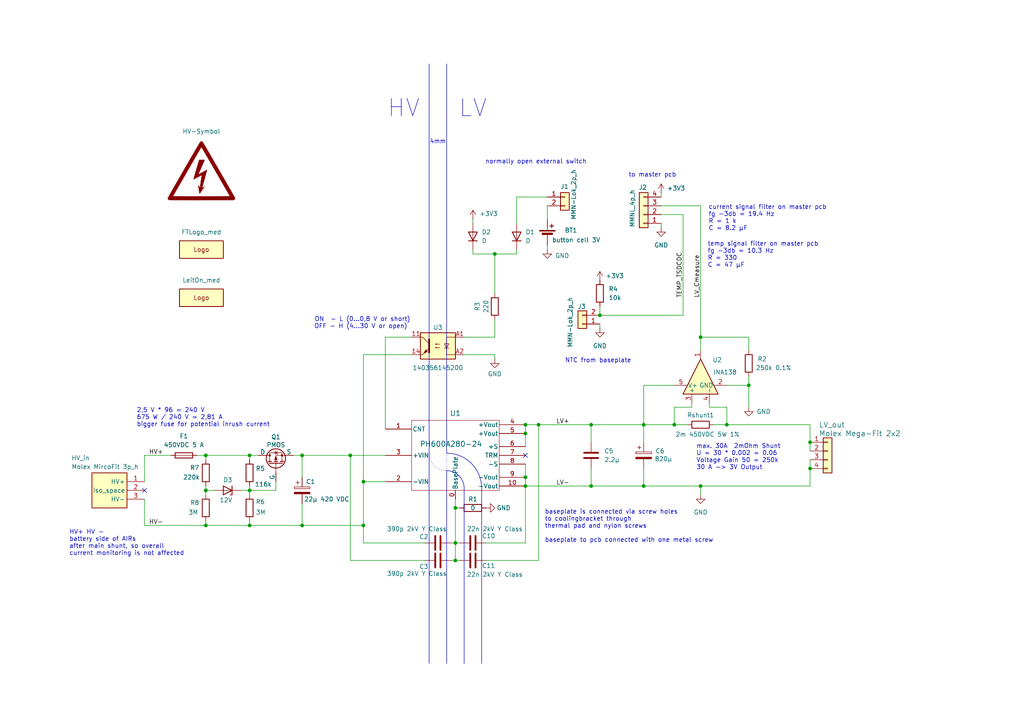
<source format=kicad_sch>
(kicad_sch (version 20231120) (generator "eeschema") (generator_version "8.0")
  (paper "A4")
  (title_block (title "TS-DCDC") (date "2024-12-12") (rev "0.5"))
  (lib_symbols
    (symbol "2024-11-18_21-41-11:PH600A280-24" (pin_names (offset 0.254))
      (property "Reference" "U1" (at 20.32 7.112 0))
      (property "Value" "PH600A280-24" (at 19.05 -1.778 0))
      (symbol "PH600A280-24_0_1"
        (polyline (pts (xy 7.62 -15.24) (xy 33.02 -15.24)) (stroke (width 0.127)))
        (polyline (pts (xy 7.62 5.08) (xy 7.62 -15.24)) (stroke (width 0.127)))
        (polyline (pts (xy 33.02 -15.24) (xy 33.02 5.08)) (stroke (width 0.127)))
        (polyline (pts (xy 33.02 5.08) (xy 7.62 5.08)) (stroke (width 0.127)))
      )
      (symbol "PH600A280-24_1_1"
        (pin passive line (at 20.32 -17.78 90) (length 2.54) (name "BasePlate") (number "0"))
        (pin input line (at 0 2.54 0) (length 7.62) (name "CNT") (number "1"))
        (pin power_out line (at 40.64 -13.97 180) (length 7.62) (name "-Vout") (number "10"))
        (pin power_in line (at 0 -12.7 0) (length 7.62) (name "-VIN") (number "2"))
        (pin power_in line (at 0 -5.08 0) (length 7.62) (name "+VIN") (number "3"))
        (pin power_out line (at 40.64 3.81 180) (length 7.62) (name "+Vout") (number "4"))
        (pin power_out line (at 40.64 1.27 180) (length 7.62) (name "+Vout") (number "5"))
        (pin input line (at 40.64 -2.54 180) (length 7.62) (name "+S") (number "6"))
        (pin input line (at 40.64 -5.08 180) (length 7.62) (name "TRM") (number "7"))
        (pin input line (at 40.64 -7.62 180) (length 7.62) (name "-S") (number "8"))
        (pin power_out line (at 40.64 -11.43 180) (length 7.62) (name "-Vout") (number "9"))
      )
    )
    (symbol "43650-0317:43650-0317"
      (property "Reference" "HV_in1" (at 10.16 -12.7 0))
      (property "Value" "43650-0317" (at 10.16 -10.16 0))
      (symbol "43650-0317_1_1"
        (rectangle (start 5.08 2.54) (end 15.24 -7.62) (stroke (width 0.254)) (fill (type background)))
        (pin power_out line (at 0 -5.08 0) (length 5.08) (name "HV+") (number "1"))
        (pin passive line (at 0 -2.54 0) (length 5.08) (name "iso_space") (number "2"))
        (pin power_out line (at 0 0 0) (length 5.08) (name "HV-") (number "3"))
      )
    )
    (symbol "Amplifier_Current:INA138" (pin_names (offset 0.127))
      (property "Reference" "U" (at 3.81 5.08 0))
      (property "Value" "INA138" (at 3.81 2.54 0))
      (symbol "INA138_0_1"
        (polyline (pts (xy -5.08 5.08) (xy 5.08 0) (xy -5.08 -5.08) (xy -5.08 5.08)) (stroke (width 0.254)) (fill (type background)))
      )
      (symbol "INA138_1_1"
        (pin output line (at 7.62 0 180) (length 2.54) (name "~") (number "1"))
        (pin power_in line (at -2.54 -7.62 90) (length 3.81) (name "GND") (number "2"))
        (pin input line (at -7.62 2.54 0) (length 2.54) (name "+") (number "3"))
        (pin input line (at -7.62 -2.54 0) (length 2.54) (name "-") (number "4"))
        (pin power_in line (at -2.54 7.62 270) (length 3.81) (name "V+") (number "5"))
      )
    )
    (symbol "Connector_Generic:Conn_01x02" (pin_names (offset 1.016) hide)
      (property "Reference" "J" (at 0 2.54 0))
      (property "Value" "Conn_01x02" (at 0 -5.08 0))
      (symbol "Conn_01x02_1_1"
        (rectangle (start -1.27 -2.413) (end 0 -2.667) (stroke (width 0.1524)))
        (rectangle (start -1.27 0.127) (end 0 -0.127) (stroke (width 0.1524)))
        (rectangle (start -1.27 1.27) (end 1.27 -3.81) (stroke (width 0.254)) (fill (type background)))
        (pin passive line (at -5.08 0 0) (length 3.81) (name "Pin_1") (number "1"))
        (pin passive line (at -5.08 -2.54 0) (length 3.81) (name "Pin_2") (number "2"))
      )
    )
    (symbol "Connector_Generic:Conn_01x04" (pin_names (offset 1.016) hide)
      (property "Reference" "J" (at 0 5.08 0))
      (property "Value" "Conn_01x04" (at 0 -7.62 0))
      (symbol "Conn_01x04_1_1"
        (rectangle (start -1.27 -4.953) (end 0 -5.207) (stroke (width 0.1524)))
        (rectangle (start -1.27 -2.413) (end 0 -2.667) (stroke (width 0.1524)))
        (rectangle (start -1.27 0.127) (end 0 -0.127) (stroke (width 0.1524)))
        (rectangle (start -1.27 2.667) (end 0 2.413) (stroke (width 0.1524)))
        (rectangle (start -1.27 3.81) (end 1.27 -6.35) (stroke (width 0.254)) (fill (type background)))
        (pin passive line (at -5.08 2.54 0) (length 3.81) (name "Pin_1") (number "1"))
        (pin passive line (at -5.08 0 0) (length 3.81) (name "Pin_2") (number "2"))
        (pin passive line (at -5.08 -2.54 0) (length 3.81) (name "Pin_3") (number "3"))
        (pin passive line (at -5.08 -5.08 0) (length 3.81) (name "Pin_4") (number "4"))
      )
    )
    (symbol "Device:Battery_Cell" (pin_numbers hide) (pin_names (offset 0) hide)
      (property "Reference" "BT" (at 2.54 2.54 0))
      (property "Value" "Battery_Cell" (at 2.54 0 0))
      (symbol "Battery_Cell_0_1"
        (rectangle (start -2.286 1.778) (end 2.286 1.524) (fill (type outline)))
        (rectangle (start -1.524 1.016) (end 1.524 0.508) (fill (type outline)))
        (polyline (pts (xy 0 0.762) (xy 0 0)))
        (polyline (pts (xy 0 1.778) (xy 0 2.54)))
        (polyline (pts (xy 0.762 3.048) (xy 1.778 3.048)) (stroke (width 0.254)))
        (polyline (pts (xy 1.27 3.556) (xy 1.27 2.54)) (stroke (width 0.254)))
      )
      (symbol "Battery_Cell_1_1"
        (pin passive line (at 0 5.08 270) (length 2.54) (name "+") (number "1"))
        (pin passive line (at 0 -2.54 90) (length 2.54) (name "-") (number "2"))
      )
    )
    (symbol "Device:C" (pin_numbers hide) (pin_names (offset 0.254))
      (property "Reference" "C" (at 0.635 2.54 0))
      (property "Value" "C" (at 0.635 -2.54 0))
      (symbol "C_0_1"
        (polyline (pts (xy -2.032 -0.762) (xy 2.032 -0.762)) (stroke (width 0.508)))
        (polyline (pts (xy -2.032 0.762) (xy 2.032 0.762)) (stroke (width 0.508)))
      )
      (symbol "C_1_1"
        (pin passive line (at 0 3.81 270) (length 2.794) (name "~") (number "1"))
        (pin passive line (at 0 -3.81 90) (length 2.794) (name "~") (number "2"))
      )
    )
    (symbol "Device:C_Polarized" (pin_numbers hide) (pin_names (offset 0.254))
      (property "Reference" "C" (at 0.635 2.54 0))
      (property "Value" "C_Polarized" (at 0.635 -2.54 0))
      (symbol "C_Polarized_0_1"
        (rectangle (start -2.286 0.508) (end 2.286 1.016))
        (polyline (pts (xy -1.778 2.286) (xy -0.762 2.286)))
        (polyline (pts (xy -1.27 2.794) (xy -1.27 1.778)))
        (rectangle (start 2.286 -0.508) (end -2.286 -1.016) (fill (type outline)))
      )
      (symbol "C_Polarized_1_1"
        (pin passive line (at 0 3.81 270) (length 2.794) (name "~") (number "1"))
        (pin passive line (at 0 -3.81 90) (length 2.794) (name "~") (number "2"))
      )
    )
    (symbol "Device:D" (pin_numbers hide) (pin_names (offset 1.016) hide)
      (property "Reference" "D" (at 0 2.54 0))
      (property "Value" "D" (at 0 -2.54 0))
      (symbol "D_0_1"
        (polyline (pts (xy -1.27 1.27) (xy -1.27 -1.27)) (stroke (width 0.254)))
        (polyline (pts (xy 1.27 0) (xy -1.27 0)))
        (polyline (pts (xy 1.27 1.27) (xy 1.27 -1.27) (xy -1.27 0) (xy 1.27 1.27)) (stroke (width 0.254)))
      )
      (symbol "D_1_1"
        (pin passive line (at -3.81 0 0) (length 2.54) (name "K") (number "1"))
        (pin passive line (at 3.81 0 180) (length 2.54) (name "A") (number "2"))
      )
    )
    (symbol "Device:D_Zener" (pin_numbers hide) (pin_names (offset 1.016) hide)
      (property "Reference" "D" (at 0 2.54 0))
      (property "Value" "D_Zener" (at 0 -2.54 0))
      (symbol "D_Zener_0_1"
        (polyline (pts (xy 1.27 0) (xy -1.27 0)))
        (polyline (pts (xy -1.27 -1.27) (xy -1.27 1.27) (xy -0.762 1.27)) (stroke (width 0.254)))
        (polyline (pts (xy 1.27 -1.27) (xy 1.27 1.27) (xy -1.27 0) (xy 1.27 -1.27)) (stroke (width 0.254)))
      )
      (symbol "D_Zener_1_1"
        (pin passive line (at -3.81 0 0) (length 2.54) (name "K") (number "1"))
        (pin passive line (at 3.81 0 180) (length 2.54) (name "A") (number "2"))
      )
    )
    (symbol "Device:Fuse" (pin_numbers hide) (pin_names (offset 0))
      (property "Reference" "F" (at 2.032 0 90))
      (property "Value" "Fuse" (at -1.905 0 90))
      (symbol "Fuse_0_1"
        (rectangle (start -0.762 -2.54) (end 0.762 2.54) (stroke (width 0.254)))
        (polyline (pts (xy 0 2.54) (xy 0 -2.54)))
      )
      (symbol "Fuse_1_1"
        (pin passive line (at 0 3.81 270) (length 1.27) (name "~") (number "1"))
        (pin passive line (at 0 -3.81 90) (length 1.27) (name "~") (number "2"))
      )
    )
    (symbol "Device:R" (pin_numbers hide) (pin_names (offset 0))
      (property "Reference" "R" (at 2.032 0 90))
      (property "Value" "R" (at 0 0 90))
      (symbol "R_0_1"
        (rectangle (start -1.016 -2.54) (end 1.016 2.54) (stroke (width 0.254)))
      )
      (symbol "R_1_1"
        (pin passive line (at 0 3.81 270) (length 1.27) (name "~") (number "1"))
        (pin passive line (at 0 -3.81 90) (length 1.27) (name "~") (number "2"))
      )
    )
    (symbol "FaSTTUBe_logos:FTLogo_med"
      (property "Value" "FTLogo_med" (at 0 -3.81 0))
      (symbol "FTLogo_med_0_0"
        (text "Logo" (at 0 0 0) (effects (font (size 1.27 1.27))))
      )
      (symbol "FTLogo_med_0_1"
        (rectangle (start -6.35 2.54) (end 6.35 -2.54) (stroke (width 0.254)) (fill (type background)))
      )
    )
    (symbol "FaSTTUBe_logos:HV-Symbol" (pin_names (offset 1.016))
      (property "Value" "HV-Symbol" (at 0 -10.16 0))
      (symbol "HV-Symbol_0_0"
        (polyline (pts (xy -0.4892 -6.6071) (xy -0.4759 -6.591) (xy -0.4273 -6.5255) (xy -0.3518 -6.4196) (xy -0.2542 -6.2805) (xy -0.1394 -6.1154) (xy -0.0124 -5.9317) (xy 0.1219 -5.7364) (xy 0.2585 -5.5367) (xy 0.3925 -5.34) (xy 0.5191 -5.1533) (xy 0.6332 -4.984) (xy 0.73 -4.8391) (xy 0.8045 -4.726) (xy 0.8518 -4.6518) (xy 0.8669 -4.6238) (xy 0.8391 -4.6326) (xy 0.7671 -4.6703) (xy 0.6626 -4.7309) (xy 0.537 -4.8081) (xy 0.4195 -4.881) (xy 0.3146 -4.9437) (xy 0.2421 -4.9843) (xy 0.2131 -4.9963) (xy 0.2151 -4.9851) (xy 0.2315 -4.9189) (xy 0.2631 -4.7973) (xy 0.3086 -4.6249) (xy 0.3669 -4.4065) (xy 0.4366 -4.1466) (xy 0.5165 -3.8499) (xy 0.6054 -3.521) (xy 0.702 -3.1645) (xy 0.8051 -2.7851) (xy 0.9135 -2.3873) (xy 0.9755 -2.1599) (xy 1.0812 -1.7709) (xy 1.1809 -1.4024) (xy 1.2735 -1.059) (xy 1.3576 -0.7454) (xy 1.432 -0.4663) (xy 1.4955 -0.2264) (xy 1.5468 -0.0304) (xy 1.5847 0.1171) (xy 1.6079 0.2112) (xy 1.6151 0.2474) (xy 1.6 0.2451) (xy 1.5342 0.2168) (xy 1.4215 0.1619) (xy 1.2678 0.0834) (xy 1.0788 -0.0157) (xy 0.8602 -0.1324) (xy 0.6178 -0.2637) (xy 0.3573 -0.4066) (xy 0.1726 -0.5084) (xy -0.0763 -0.6449) (xy -0.3032 -0.7687) (xy -0.5023 -0.8766) (xy -0.6678 -0.9654) (xy -0.7938 -1.0321) (xy -0.8747 -1.0735) (xy -0.9046 -1.0865) (xy -0.8996 -1.0709) (xy -0.8714 -1.0014) (xy -0.8205 -0.8806) (xy -0.7488 -0.7135) (xy -0.6586 -0.5046) (xy -0.5517 -0.2589) (xy -0.4304 0.0188) (xy -0.2967 0.3239) (xy -0.1526 0.6514) (xy -0.0003 0.9967) (xy 0.1049 1.235) (xy 0.253 1.5703) (xy 0.3921 1.8852) (xy 0.52 2.175) (xy 0.6346 2.4347) (xy 0.7337 2.6594) (xy 0.8152 2.8442) (xy 0.8769 2.9843) (xy 0.9167 3.0747) (xy 0.9323 3.1106) (xy 0.9309 3.1196) (xy 0.9051 3.1304) (xy 0.8453 3.1382) (xy 0.7454 3.1431) (xy 0.599 3.1453) (xy 0.4001 3.1453) (xy 0.1424 3.1431) (xy -0.6646 3.1344) (xy -1.4846 0.343) (xy -1.6044 -0.0656) (xy -1.7195 -0.4592) (xy -1.8277 -0.8304) (xy -1.9277 -1.1747) (xy -2.0183 -1.4878) (xy -2.0981 -1.7651) (xy -2.166 -2.0023) (xy -2.2206 -2.195) (xy -2.2606 -2.3386) (xy -2.2848 -2.4288) (xy -2.2919 -2.4611) (xy -2.286 -2.4597) (xy -2.2336 -2.4367) (xy -2.1322 -2.388) (xy -1.988 -2.3167) (xy -1.807 -2.2259) (xy -1.5954 -2.1186) (xy -1.3593 -1.998) (xy -1.1049 -1.867) (xy -0.9986 -1.8122) (xy -0.7512 -1.6851) (xy -0.5248 -1.5695) (xy -0.3256 -1.4685) (xy -0.1595 -1.3851) (xy -0.0328 -1.3225) (xy 0.0485 -1.2837) (xy 0.0782 -1.2717) (xy 0.0786 -1.2748) (xy 0.0749 -1.3248) (xy 0.063 -1.4299) (xy 0.0441 -1.5831) (xy 0.0189 -1.7774) (xy -0.0114 -2.0057) (xy -0.0458 -2.261) (xy -0.0835 -2.5363) (xy -0.1233 -2.8245) (xy -0.1644 -3.1186) (xy -0.2057 -3.4116) (xy -0.2463 -3.6965) (xy -0.2851 -3.9662) (xy -0.3212 -4.2137) (xy -0.3535 -4.432) (xy -0.3812 -4.614) (xy -0.4032 -4.7527) (xy -0.4186 -4.8411) (xy -0.4263 -4.8721) (xy -0.4486 -4.8511) (xy -0.4999 -4.7857) (xy -0.5714 -4.6867) (xy -0.6549 -4.5646) (xy -0.7311 -4.4535) (xy -0.805 -4.3514) (xy -0.8599 -4.282) (xy -0.8876 -4.2561) (xy -0.9014 -4.2806) (xy -0.8968 -4.3443) (xy -0.8924 -4.369) (xy -0.8778 -4.4566) (xy -0.8553 -4.5949) (xy -0.8262 -4.7758) (xy -0.792 -4.9906) (xy -0.7538 -5.2313) (xy -0.7132 -5.4892) (xy -0.6874 -5.6524) (xy -0.6486 -5.8965) (xy -0.6132 -6.1162) (xy -0.5826 -6.3034) (xy -0.558 -6.4502) (xy -0.5409 -6.5487) (xy -0.5324 -6.5909) (xy -0.521 -6.6112) (xy -0.4892 -6.6071)) (stroke (width 0.01)) (fill (type outline)))
        (polyline (pts (xy -0.7512 -8.4995) (xy 0.0488 -8.4991) (xy 9.3708 -8.4937) (xy 9.4936 -8.4173) (xy 9.5205 -8.3994) (xy 9.6443 -8.2757) (xy 9.7185 -8.1228) (xy 9.7386 -7.9548) (xy 9.6999 -7.7862) (xy 9.6933 -7.7735) (xy 9.6567 -7.7077) (xy 9.5896 -7.5892) (xy 9.4933 -7.4203) (xy 9.3691 -7.2031) (xy 9.2184 -6.9399) (xy 9.0425 -6.6332) (xy 8.8426 -6.285) (xy 8.6201 -5.8977) (xy 8.3763 -5.4736) (xy 8.1124 -5.015) (xy 7.8299 -4.524) (xy 7.53 -4.0031) (xy 7.2139 -3.4544) (xy 6.8831 -2.8803) (xy 6.5389 -2.283) (xy 6.1825 -1.6649) (xy 5.8152 -1.028) (xy 5.4384 -0.3749) (xy 5.0534 0.2924) (xy 4.7596 0.8012) (xy 4.2896 1.615) (xy 3.843 2.3874) (xy 3.4206 3.1175) (xy 3.0228 3.8044) (xy 2.6502 4.447) (xy 2.3033 5.0445) (xy 1.9827 5.5959) (xy 1.6889 6.1003) (xy 1.4225 6.5568) (xy 1.184 6.9643) (xy 0.9739 7.3221) (xy 0.7929 7.6291) (xy 0.6414 7.8844) (xy 0.52 8.0871) (xy 0.4293 8.2362) (xy 0.3697 8.3308) (xy 0.3419 8.37) (xy 0.2962 8.4088) (xy 0.1437 8.4869) (xy -0.0205 8.5068) (xy -0.1836 8.4683) (xy -0.3328 8.3714) (xy -0.3337 8.3705) (xy -0.3625 8.329) (xy -0.4218 8.2342) (xy -0.5102 8.0888) (xy -0.626 7.8955) (xy -0.7675 7.657) (xy -0.9334 7.3761) (xy -1.1219 7.0555) (xy -1.3314 6.698) (xy -1.5605 6.3063) (xy -1.8075 5.8832) (xy -2.0709 5.4313) (xy -2.349 4.9534) (xy -2.6402 4.4523) (xy -2.9431 3.9307) (xy -3.256 3.3913) (xy -3.5774 2.8369) (xy -3.9055 2.2702) (xy -4.239 1.6939) (xy -4.5762 1.1108) (xy -4.9154 0.5236) (xy -5.2553 -0.0649) (xy -5.594 -0.6521) (xy -5.9301 -1.2351) (xy -6.2621 -1.8112) (xy -6.5882 -2.3777) (xy -6.9069 -2.9319) (xy -7.2167 -3.471) (xy -7.516 -3.9923) (xy -7.8032 -4.493) (xy -8.0766 -4.9704) (xy -8.3348 -5.4218) (xy -8.5761 -5.8444) (xy -8.799 -6.2355) (xy -9.0019 -6.5924) (xy -9.1832 -6.9122) (xy -9.3412 -7.1924) (xy -9.4624 -7.4082) (xy -8.2772 -7.4082) (xy -8.2597 -7.3762) (xy -8.2115 -7.291) (xy -8.1342 -7.1555) (xy -8.0294 -6.9726) (xy -7.8989 -6.7452) (xy -7.7442 -6.4761) (xy -7.5671 -6.1683) (xy -7.3692 -5.8245) (xy -7.1521 -5.4478) (xy -6.9176 -5.041) (xy -6.6673 -4.6069) (xy -6.4029 -4.1484) (xy -6.1259 -3.6685) (xy -5.8382 -3.1699) (xy -5.5414 -2.6556) (xy -5.237 -2.1285) (xy -4.9268 -1.5914) (xy -4.6125 -1.0472) (xy -4.2957 -0.4988) (xy -3.9781 0.0509) (xy -3.6613 0.599) (xy -3.347 1.1428) (xy -3.0369 1.6792) (xy -2.7327 2.2054) (xy -2.4359 2.7185) (xy -2.1483 3.2157) (xy -1.8715 3.6941) (xy -1.6072 4.1507) (xy -1.357 4.5828) (xy -1.1227 4.9874) (xy -0.9058 5.3616) (xy -0.7081 5.7026) (xy -0.5312 6.0075) (xy -0.3768 6.2734) (xy -0.2465 6.4974) (xy -0.142 6.6766) (xy -0.065 6.8083) (xy -0.0171 6.8894) (xy 0 6.9171) (xy 0.0002 6.917) (xy 0.0191 6.8867) (xy 0.0688 6.803) (xy 0.1474 6.669) (xy 0.2535 6.4875) (xy 0.3853 6.2614) (xy 0.5411 5.9935) (xy 0.7192 5.6868) (xy 0.9181 5.3441) (xy 1.1361 4.9683) (xy 1.3714 4.5623) (xy 1.6225 4.129) (xy 1.8876 3.6712) (xy 2.1651 3.1917) (xy 2.4534 2.6936) (xy 2.7507 2.1797) (xy 3.0554 1.6528) (xy 3.3659 1.1159) (xy 3.6804 0.5717) (xy 3.9974 0.0233) (xy 4.3151 -0.5266) (xy 4.632 -1.0751) (xy 4.9462 -1.6192) (xy 5.2562 -2.1561) (xy 5.5603 -2.6829) (xy 5.8568 -3.1968) (xy 6.1442 -3.6948) (xy 6.4206 -4.1741) (xy 6.6844 -4.6318) (xy 6.9341 -5.065) (xy 7.1679 -5.4708) (xy 7.3841 -5.8465) (xy 7.5811 -6.189) (xy 7.7572 -6.4955) (xy 7.9109 -6.7631) (xy 8.0403 -6.989) (xy 8.1438 -7.1703) (xy 8.2198 -7.304) (xy 8.2667 -7.3874) (xy 8.2827 -7.4175) (xy 8.2727 -7.4185) (xy 8.2056 -7.4203) (xy 8.0779 -7.422) (xy 7.8921 -7.4237) (xy 7.6511 -7.4253) (xy 7.3575 -7.4269) (xy 7.0141 -7.4284) (xy 6.6236 -7.4298) (xy 6.1887 -7.4311) (xy 5.7121 -7.4324) (xy 5.1966 -7.4335) (xy 4.6448 -7.4345) (xy 4.0596 -7.4354) (xy 3.4436 -7.4362) (xy 2.7996 -7.4369) (xy 2.1302 -7.4374) (xy 1.4382 -7.4378) (xy 0.7264 -7.438) (xy -0.0027 -7.4381) (xy -0.309 -7.4381) (xy -1.147 -7.4379) (xy -1.9474 -7.4374) (xy -2.7085 -7.4368) (xy -3.4285 -7.4359) (xy -4.1058 -7.4349) (xy -4.7386 -7.4336) (xy -5.3253 -7.4322) (xy -5.8641 -7.4305) (xy -6.3533 -7.4287) (xy -6.7913 -7.4267) (xy -7.1762 -7.4245) (xy -7.5064 -7.4222) (xy -7.7802 -7.4197) (xy -7.9959 -7.417) (xy -8.1518 -7.4142) (xy -8.2461 -7.4113) (xy -8.2772 -7.4082) (xy -9.4624 -7.4082) (xy -9.4746 -7.43) (xy -9.5816 -7.6225) (xy -9.6606 -7.7671) (xy -9.7102 -7.8609) (xy -9.7287 -7.9014) (xy -9.7289 -7.9026) (xy -9.7335 -8.0172) (xy -9.7143 -8.1285) (xy -9.6792 -8.2033) (xy -9.5907 -8.3193) (xy -9.4796 -8.4176) (xy -9.3676 -8.4762) (xy -9.3591 -8.4772) (xy -9.2932 -8.4796) (xy -9.1659 -8.4819) (xy -8.9795 -8.484) (xy -8.7364 -8.4861) (xy -8.4391 -8.488) (xy -8.09 -8.4898) (xy -7.6916 -8.4915) (xy -7.2463 -8.493) (xy -6.7565 -8.4944) (xy -6.2247 -8.4957) (xy -5.6534 -8.4968) (xy -5.045 -8.4977) (xy -4.4018 -8.4984) (xy -3.7264 -8.499) (xy -3.0212 -8.4994) (xy -2.2887 -8.4997) (xy -1.5312 -8.4997) (xy -0.7512 -8.4995)) (stroke (width 0.01)) (fill (type outline)))
      )
    )
    (symbol "FaSTTUBe_logos:LeitOn_med"
      (property "Value" "LeitOn_med" (at 0 -3.81 0))
      (symbol "LeitOn_med_0_0"
        (text "Logo" (at 0 0 0) (effects (font (size 1.27 1.27))))
      )
      (symbol "LeitOn_med_0_1"
        (rectangle (start -6.35 2.54) (end 6.35 -2.54) (stroke (width 0.254)) (fill (type background)))
      )
    )
    (symbol "Relay_SolidState:34.81-7048"
      (property "Reference" "U" (at -5.08 5.08 0))
      (property "Value" "34.81-7048" (at 0 5.08 0))
      (symbol "34.81-7048_0_1"
        (rectangle (start -5.08 3.81) (end 5.08 -3.81) (stroke (width 0.254)) (fill (type background)))
        (polyline (pts (xy -3.175 -0.635) (xy -1.905 -0.635)))
        (polyline (pts (xy 2.54 1.905) (xy 2.54 -1.905) (xy 2.54 -1.905)) (stroke (width 0.508)))
        (polyline (pts (xy -5.08 2.54) (xy -2.54 2.54) (xy -2.54 -2.54) (xy -5.08 -2.54)))
        (polyline (pts (xy -2.54 -0.635) (xy -3.175 0.635) (xy -1.905 0.635) (xy -2.54 -0.635)))
        (polyline (pts (xy -0.508 -0.508) (xy 0.762 -0.508) (xy 0.381 -0.635) (xy 0.381 -0.381) (xy 0.762 -0.508)))
        (polyline (pts (xy -0.508 0.508) (xy 0.762 0.508) (xy 0.381 0.381) (xy 0.381 0.635) (xy 0.762 0.508)))
        (polyline (pts (xy 3.048 -1.651) (xy 3.556 -1.143) (xy 4.064 -2.159) (xy 3.048 -1.651) (xy 3.048 -1.651)) (fill (type outline)))
        (polyline (pts (xy 5.08 2.54) (xy 4.445 2.54) (xy 2.54 0.635) (xy 2.54 -0.635) (xy 4.445 -2.54) (xy 5.08 -2.54)))
      )
      (symbol "34.81-7048_1_1"
        (pin passive line (at 7.62 2.54 180) (length 2.54) (name "~") (number "11"))
        (pin passive line (at 7.62 -2.54 180) (length 2.54) (name "~") (number "14"))
        (pin passive line (at -7.62 2.54 0) (length 2.54) (name "~") (number "A1"))
        (pin passive line (at -7.62 -2.54 0) (length 2.54) (name "~") (number "A2"))
      )
    )
    (symbol "Simulation_SPICE:PMOS" (pin_numbers hide) (pin_names (offset 0))
      (property "Reference" "Q" (at 5.08 1.27 0))
      (property "Value" "PMOS" (at 5.08 -1.27 0))
      (symbol "PMOS_0_1"
        (polyline (pts (xy 0.254 0) (xy -2.54 0)))
        (polyline (pts (xy 0.254 1.905) (xy 0.254 -1.905)) (stroke (width 0.254)))
        (polyline (pts (xy 0.762 -1.27) (xy 0.762 -2.286)) (stroke (width 0.254)))
        (polyline (pts (xy 0.762 0.508) (xy 0.762 -0.508)) (stroke (width 0.254)))
        (polyline (pts (xy 0.762 2.286) (xy 0.762 1.27)) (stroke (width 0.254)))
        (polyline (pts (xy 2.54 2.54) (xy 2.54 1.778)))
        (polyline (pts (xy 2.54 -2.54) (xy 2.54 0) (xy 0.762 0)))
        (polyline (pts (xy 0.762 1.778) (xy 3.302 1.778) (xy 3.302 -1.778) (xy 0.762 -1.778)))
        (polyline (pts (xy 2.286 0) (xy 1.27 0.381) (xy 1.27 -0.381) (xy 2.286 0)) (fill (type outline)))
        (polyline (pts (xy 2.794 -0.508) (xy 2.921 -0.381) (xy 3.683 -0.381) (xy 3.81 -0.254)))
        (polyline (pts (xy 3.302 -0.381) (xy 2.921 0.254) (xy 3.683 0.254) (xy 3.302 -0.381)))
        (circle (center 1.651 0) (radius 2.794) (stroke (width 0.254)))
        (circle (center 2.54 -1.778) (radius 0.254) (fill (type outline)))
        (circle (center 2.54 1.778) (radius 0.254) (fill (type outline)))
      )
      (symbol "PMOS_1_1"
        (pin passive line (at 2.54 5.08 270) (length 2.54) (name "D") (number "1"))
        (pin input line (at -5.08 0 0) (length 2.54) (name "G") (number "2"))
        (pin passive line (at 2.54 -5.08 90) (length 2.54) (name "S") (number "3"))
      )
    )
    (symbol "power:+3V3" (power) (pin_numbers hide) (pin_names (offset 0) hide)
      (property "Value" "+3V3" (at 0 3.556 0))
      (symbol "+3V3_0_1"
        (polyline (pts (xy -0.762 1.27) (xy 0 2.54)))
        (polyline (pts (xy 0 0) (xy 0 2.54)))
        (polyline (pts (xy 0 2.54) (xy 0.762 1.27)))
      )
      (symbol "+3V3_1_1"
        (pin power_in line (at 0 0 90) (length 0) (name "~") (number "1"))
      )
    )
    (symbol "power:GND" (power) (pin_numbers hide) (pin_names (offset 0) hide)
      (property "Value" "GND" (at 0 -3.81 0))
      (symbol "GND_0_1"
        (polyline (pts (xy 0 0) (xy 0 -1.27) (xy 1.27 -1.27) (xy 0 -2.54) (xy -1.27 -1.27) (xy 0 -1.27)))
      )
      (symbol "GND_1_1"
        (pin power_in line (at 0 0 270) (length 0) (name "~") (number "1"))
      )
    )
  )
  (junction (at 203.2 140.97))
  (junction (at 132.08 162.56))
  (junction (at 186.69 140.97))
  (junction (at 87.63 152.4))
  (junction (at 152.4 140.97))
  (junction (at 132.08 157.48))
  (junction (at 203.2 97.79))
  (junction (at 105.41 152.4))
  (junction (at 173.99 91.44))
  (junction (at 152.4 123.19))
  (junction (at 72.39 142.24))
  (junction (at 132.08 147.32))
  (junction (at 186.69 123.19))
  (junction (at 171.45 140.97))
  (junction (at 72.39 132.08))
  (junction (at 195.58 123.19))
  (junction (at 59.69 132.08))
  (junction (at 234.95 135.89))
  (junction (at 72.39 152.4))
  (junction (at 152.4 138.43))
  (junction (at 143.51 73.66))
  (junction (at 59.69 152.4))
  (junction (at 210.82 123.19))
  (junction (at 234.95 128.27))
  (junction (at 59.69 142.24))
  (junction (at 105.41 139.7))
  (junction (at 101.6 132.08))
  (junction (at 152.4 125.73))
  (junction (at 171.45 123.19))
  (junction (at 217.17 111.76))
  (junction (at 87.63 132.08))
  (junction (at 156.21 123.19))
  (no_connect (at 41.91 142.24))
  (no_connect (at 152.4 132.08))
  (wire (pts (xy 203.2 140.97) (xy 203.2 143.51)))
  (wire (pts (xy 105.41 102.87) (xy 119.38 102.87)))
  (wire (pts (xy 149.86 57.15) (xy 149.86 64.77)))
  (wire (pts (xy 105.41 102.87) (xy 105.41 139.7)))
  (wire (pts (xy 203.2 59.69) (xy 191.77 59.69)))
  (wire (pts (xy 132.08 157.48) (xy 132.08 162.56)))
  (wire (pts (xy 111.76 97.79) (xy 111.76 124.46)))
  (wire (pts (xy 69.85 142.24) (xy 72.39 142.24)))
  (wire (pts (xy 72.39 132.08) (xy 74.93 132.08)))
  (polyline (pts (xy 129.54 136.525) (xy 129.54 131.445)) (stroke (width 0) (type dot)))
  (wire (pts (xy 186.69 111.76) (xy 195.58 111.76)))
  (wire (pts (xy 72.39 133.35) (xy 72.39 132.08)))
  (wire (pts (xy 137.16 73.66) (xy 137.16 72.39)))
  (wire (pts (xy 149.86 57.15) (xy 158.75 57.15)))
  (wire (pts (xy 132.08 157.48) (xy 130.81 157.48)))
  (wire (pts (xy 134.62 97.79) (xy 143.51 97.79)))
  (wire (pts (xy 59.69 132.08) (xy 72.39 132.08)))
  (wire (pts (xy 57.15 132.08) (xy 59.69 132.08)))
  (wire (pts (xy 152.4 125.73) (xy 152.4 129.54)))
  (wire (pts (xy 195.58 123.19) (xy 199.39 123.19)))
  (wire (pts (xy 186.69 111.76) (xy 186.69 123.19)))
  (wire (pts (xy 200.66 116.84) (xy 200.66 118.11)))
  (wire (pts (xy 158.75 71.12) (xy 158.75 72.39)))
  (wire (pts (xy 200.66 118.11) (xy 195.58 118.11)))
  (wire (pts (xy 137.16 63.5) (xy 137.16 64.77)))
  (wire (pts (xy 217.17 111.76) (xy 217.17 118.11)))
  (polyline (pts (xy 124.46 18.542) (xy 124.46 192.405)))
  (wire (pts (xy 132.08 147.32) (xy 133.35 147.32)))
  (wire (pts (xy 156.21 123.19) (xy 156.21 162.56)))
  (wire (pts (xy 80.01 139.7) (xy 80.01 142.24)))
  (wire (pts (xy 191.77 66.04) (xy 191.77 64.77)))
  (wire (pts (xy 132.08 147.32) (xy 132.08 157.48)))
  (wire (pts (xy 111.76 97.79) (xy 119.38 97.79)))
  (wire (pts (xy 203.2 59.69) (xy 203.2 97.79)))
  (wire (pts (xy 173.99 88.9) (xy 173.99 91.44)))
  (wire (pts (xy 210.82 118.11) (xy 210.82 123.19)))
  (wire (pts (xy 152.4 123.19) (xy 156.21 123.19)))
  (wire (pts (xy 234.95 128.27) (xy 234.95 130.81)))
  (wire (pts (xy 140.97 162.56) (xy 156.21 162.56)))
  (wire (pts (xy 173.99 91.44) (xy 198.12 91.44)))
  (wire (pts (xy 85.09 132.08) (xy 87.63 132.08)))
  (wire (pts (xy 105.41 139.7) (xy 111.76 139.7)))
  (wire (pts (xy 105.41 152.4) (xy 105.41 157.48)))
  (wire (pts (xy 203.2 140.97) (xy 234.95 140.97)))
  (wire (pts (xy 132.08 162.56) (xy 133.35 162.56)))
  (wire (pts (xy 72.39 142.24) (xy 72.39 143.51)))
  (wire (pts (xy 152.4 140.97) (xy 152.4 157.48)))
  (wire (pts (xy 72.39 152.4) (xy 87.63 152.4)))
  (wire (pts (xy 143.51 73.66) (xy 149.86 73.66)))
  (wire (pts (xy 171.45 123.19) (xy 171.45 128.27)))
  (wire (pts (xy 210.82 111.76) (xy 217.17 111.76)))
  (wire (pts (xy 171.45 135.89) (xy 171.45 140.97)))
  (wire (pts (xy 186.69 135.89) (xy 186.69 140.97)))
  (wire (pts (xy 210.82 118.11) (xy 205.74 118.11)))
  (wire (pts (xy 134.62 102.87) (xy 143.51 102.87)))
  (wire (pts (xy 62.23 142.24) (xy 59.69 142.24)))
  (wire (pts (xy 87.63 152.4) (xy 105.41 152.4)))
  (wire (pts (xy 87.63 132.08) (xy 101.6 132.08)))
  (wire (pts (xy 140.97 157.48) (xy 152.4 157.48)))
  (wire (pts (xy 132.08 144.78) (xy 132.08 147.32)))
  (wire (pts (xy 72.39 151.13) (xy 72.39 152.4)))
  (polyline (pts (xy 129.54 136.525) (xy 129.54 192.405)))
  (wire (pts (xy 87.63 132.08) (xy 87.63 138.43)))
  (wire (pts (xy 191.77 57.15) (xy 191.77 55.88)))
  (wire (pts (xy 152.4 140.97) (xy 171.45 140.97)))
  (wire (pts (xy 195.58 118.11) (xy 195.58 123.19)))
  (wire (pts (xy 186.69 140.97) (xy 203.2 140.97)))
  (wire (pts (xy 101.6 132.08) (xy 111.76 132.08)))
  (polyline (pts (xy 134.62 141.605) (xy 134.62 192.405)))
  (wire (pts (xy 143.51 73.66) (xy 143.51 85.09)))
  (wire (pts (xy 80.01 142.24) (xy 72.39 142.24)))
  (wire (pts (xy 186.69 123.19) (xy 195.58 123.19)))
  (wire (pts (xy 207.01 123.19) (xy 210.82 123.19)))
  (polyline (pts (xy 129.54 18.542) (xy 129.54 131.445)))
  (wire (pts (xy 123.19 162.56) (xy 101.6 162.56)))
  (wire (pts (xy 171.45 123.19) (xy 186.69 123.19)))
  (wire (pts (xy 152.4 123.19) (xy 152.4 125.73)))
  (wire (pts (xy 132.08 157.48) (xy 133.35 157.48)))
  (wire (pts (xy 137.16 73.66) (xy 143.51 73.66)))
  (wire (pts (xy 234.95 133.35) (xy 234.95 135.89)))
  (wire (pts (xy 41.91 152.4) (xy 59.69 152.4)))
  (wire (pts (xy 152.4 140.97) (xy 152.4 138.43)))
  (wire (pts (xy 173.99 93.98) (xy 173.99 95.25)))
  (wire (pts (xy 205.74 118.11) (xy 205.74 116.84)))
  (wire (pts (xy 59.69 142.24) (xy 59.69 143.51)))
  (wire (pts (xy 234.95 135.89) (xy 234.95 140.97)))
  (wire (pts (xy 203.2 97.79) (xy 203.2 101.6)))
  (wire (pts (xy 41.91 144.78) (xy 41.91 152.4)))
  (wire (pts (xy 171.45 140.97) (xy 186.69 140.97)))
  (wire (pts (xy 143.51 97.79) (xy 143.51 92.71)))
  (wire (pts (xy 132.08 162.56) (xy 130.81 162.56)))
  (wire (pts (xy 149.86 73.66) (xy 149.86 72.39)))
  (wire (pts (xy 101.6 162.56) (xy 101.6 132.08)))
  (wire (pts (xy 59.69 152.4) (xy 72.39 152.4)))
  (wire (pts (xy 105.41 157.48) (xy 123.19 157.48)))
  (wire (pts (xy 217.17 97.79) (xy 217.17 101.6)))
  (wire (pts (xy 210.82 123.19) (xy 234.95 123.19)))
  (wire (pts (xy 41.91 132.08) (xy 49.53 132.08)))
  (wire (pts (xy 203.2 97.79) (xy 217.17 97.79)))
  (wire (pts (xy 41.91 132.08) (xy 41.91 139.7)))
  (wire (pts (xy 234.95 123.19) (xy 234.95 128.27)))
  (wire (pts (xy 59.69 151.13) (xy 59.69 152.4)))
  (wire (pts (xy 217.17 109.22) (xy 217.17 111.76)))
  (wire (pts (xy 198.12 62.23) (xy 198.12 91.44)))
  (wire (pts (xy 198.12 62.23) (xy 191.77 62.23)))
  (wire (pts (xy 152.4 134.62) (xy 152.4 138.43)))
  (wire (pts (xy 158.75 59.69) (xy 158.75 63.5)))
  (wire (pts (xy 87.63 152.4) (xy 87.63 146.05)))
  (wire (pts (xy 143.51 102.87) (xy 143.51 104.14)))
  (wire (pts (xy 156.21 123.19) (xy 171.45 123.19)))
  (wire (pts (xy 59.69 140.97) (xy 59.69 142.24)))
  (wire (pts (xy 72.39 142.24) (xy 72.39 140.97)))
  (polyline (pts (xy 139.7 141.605) (xy 139.7 192.405)))
  (wire (pts (xy 59.69 132.08) (xy 59.69 133.35)))
  (wire (pts (xy 186.69 123.19) (xy 186.69 128.27)))
  (wire (pts (xy 105.41 139.7) (xy 105.41 152.4)))
  (arc (start 129.54 136.525) (mid 133.1321 138.0129) (end 134.62 141.605))
  (arc (start 129.54 131.445) (mid 136.7242 134.4208) (end 139.7 141.605))
  (arc (start 129.54 136.525) (mid 125.9479 135.0371) (end 124.46 131.445) (stroke (width 0) (type dot)))
  (text " ON  - L (0...0,8 V or short)\nOFF - H (4...30 V or open)" (at 104.648 93.726 0) (effects (font (size 1.27 1.27))))
  (text "max. 30A  2mOhm Shunt \nU = 30 * 0.002 = 0.06\nVoltage Gain 50 = 250k\n30 A -> 3V Output\n" (at 201.93 132.588 0) (effects (font (size 1.27 1.27)) (justify left)))
  (text "2,5 V * 96 = 240 V\n675 W / 240 V = 2,81 A\nbigger fuse for potential inrush current\n\n" (at 39.624 122.174 0) (effects (font (size 1.27 1.27)) (justify left)))
  (text "current signal filter on master pcb\nfg -3db = 19.4 Hz\nR = 1 k\nC = 8.2 µF\n" (at 205.486 63.246 0) (effects (font (size 1.27 1.27)) (justify left)))
  (text "LV" (at 137.16 31.496 0) (effects (font (size 5 5))))
  (text "4mm" (at 127 41.148 0) (effects (font (size 1.27 1.27))))
  (text "normally open external switch" (at 155.448 46.228 0) (effects (font (size 1.27 1.27)) (justify top)))
  (text "NTC from baseplate" (at 173.482 104.648 0) (effects (font (size 1.27 1.27))))
  (text "HV" (at 117.094 31.496 0) (effects (font (size 5 5))))
  (text "HV+ HV -\nbattery side of AIRs\nafter main shunt, so overall \ncurrent monitoring is not affected" (at 20.066 157.48 0) (effects (font (size 1.27 1.27)) (justify left)))
  (text "to master pcb" (at 189.23 50.8 0) (effects (font (size 1.27 1.27))))
  (text "baseplate is connected via screw holes\nto coolingbracket through\nthermal pad and nylon screws\n\nbaseplate to pcb connected with one metal screw" (at 157.988 152.654 0) (effects (font (size 1.27 1.27)) (justify left)))
  (text "temp signal filter on master pcb\nfg -3db = 10.3 Hz\nR = 330\nC = 47 µF" (at 205.232 73.914 0) (effects (font (size 1.27 1.27)) (justify left)))
  (label "LV+" (at 161.29 123.19 0))
  (label "LV-" (at 161.29 140.97 0))
  (label "TEMP_TSDCDC" (at 198.12 86.36 90))
  (label "LV_Cmeasure" (at 203.2 86.36 90))
  (label "HV+" (at 43.18 132.08 0))
  (label "HV-" (at 43.18 152.4 0))
  (symbol (lib_id "Connector_Generic:Conn_01x04") (at 186.69 62.23 180) (unit 1)
    (property "Reference" "J2" (at 186.436 54.356 0))
    (property "Value" "MMNL_4p_h" (at 183.388 60.452 90))
    (property "Footprint" "FaSTTUBe_connectors:Micro_Mate-N-Lok_4p_horizontal" (effects (hide yes)))
    (property "Description" "Generic connector, single row, 01x04, script generated (kicad-library-utils/schlib/autogen/connector/)" (effects (hide yes)))
  )
  (symbol (lib_id "power:GND") (at 203.2 143.51 0) (unit 1)
    (property "Reference" "#PWR01" (effects (hide yes)))
    (property "Value" "GND" (at 203.2 148.59 0))
    (property "Description" "Power symbol creates a global label with name \"GND\" , ground" (effects (hide yes)))
  )
  (symbol (lib_id "power:GND") (at 140.97 147.32 90) (unit 1)
    (property "Reference" "#PWR011" (effects (hide yes)))
    (property "Value" "GND" (at 144.018 147.32 90) (effects (justify right)))
    (property "Description" "Power symbol creates a global label with name \"GND\" , ground" (effects (hide yes)))
  )
  (symbol (lib_id "power:+3V3") (at 191.77 55.88 0) (mirror y) (unit 1)
    (property "Reference" "#PWR05" (effects (hide yes)))
    (property "Value" "+3V3" (at 196.088 54.61 0))
    (property "Description" "Power symbol creates a global label with name \"+3V3\"" (effects (hide yes)))
  )
  (symbol (lib_id "Device:C_Polarized") (at 87.63 142.24 0) (unit 1)
    (property "Reference" "C1" (at 91.44 139.7 0) (effects (justify right)))
    (property "Value" "22µ 420 VDC" (at 101.346 144.78 0) (effects (justify right)))
    (property "Footprint" "footprints:CAPPRD500W60D1275H2200" (effects (hide yes)))
    (property "Datasheet" "https://www.mouser.de/datasheet/2/293/e_ucy-3082387.pdf" (effects (hide yes)))
    (property "Description" "Polarized capacitor" (effects (hide yes)))
  )
  (symbol (lib_id "Device:C") (at 127 157.48 90) (unit 1)
    (property "Reference" "C2" (at 122.936 155.702 90))
    (property "Value" "390p 2kV Y Class" (at 120.904 153.416 90))
    (property "Footprint" "Capacitor_SMD:C_1206_3216Metric_Pad1.33x1.80mm_HandSolder" (effects (hide yes)))
    (property "Datasheet" "https://www.mouser.de/datasheet/2/447/KEM_C1009_C0G_HV_SMD-3316207.pdf" (effects (hide yes)))
    (property "Description" "Unpolarized capacitor" (effects (hide yes)))
  )
  (symbol (lib_id "Device:C") (at 137.16 162.56 270) (unit 1)
    (property "Reference" "C11" (at 141.732 164.084 90))
    (property "Value" "22n 2kV Y Class" (at 143.51 166.624 90))
    (property "Footprint" "Capacitor_SMD:C_1206_3216Metric_Pad1.33x1.80mm_HandSolder" (effects (hide yes)))
    (property "Datasheet" "https://www.mouser.de/datasheet/2/447/KEM_C1009_C0G_HV_SMD-3316207.pdf" (effects (hide yes)))
    (property "Description" "Unpolarized capacitor" (effects (hide yes)))
  )
  (symbol (lib_id "2024-11-18_21-41-11:PH600A280-24") (at 111.76 127 0) (unit 1)
    (property "Reference" "U1" (at 132.08 119.888 0) (effects (font (size 1.524 1.524))))
    (property "Value" "PH600A280-24" (at 130.81 128.778 0) (effects (font (size 1.524 1.524))))
    (property "Footprint" "footprints:PH300A_thru_PH600A_TDK" (effects (hide yes)))
    (property "Datasheet" "PH600A280-24" (effects (hide yes)))
  )
  (symbol (lib_id "Device:D_Zener") (at 66.04 142.24 180) (unit 1)
    (property "Reference" "D3" (at 66.04 139.192 0))
    (property "Value" "12V" (at 65.532 145.034 0))
    (property "Description" "Zener diode" (effects (hide yes)))
  )
  (symbol (lib_id "power:+3V3") (at 173.99 81.28 0) (mirror y) (unit 1)
    (property "Reference" "#PWR08" (effects (hide yes)))
    (property "Value" "+3V3" (at 178.308 80.01 0))
    (property "Description" "Power symbol creates a global label with name \"+3V3\"" (effects (hide yes)))
  )
  (symbol (lib_id "Device:R") (at 59.69 137.16 0) (unit 1)
    (property "Reference" "R7" (at 55.118 135.636 0) (effects (justify left)))
    (property "Value" "220k" (at 53.086 138.43 0) (effects (justify left)))
    (property "Description" "Resistor" (effects (hide yes)))
  )
  (symbol (lib_id "FaSTTUBe_logos:HV-Symbol") (at 58.42 49.53 0) (unit 1)
    (property "Reference" "#Logo2" (effects (hide yes)))
    (property "Value" "HV-Symbol" (at 58.4225 38.1 0))
    (property "Footprint" "FaSTTUBe_logos:HV-Warning" (effects (hide yes)))
  )
  (symbol (lib_id "Device:D") (at 149.86 68.58 90) (unit 1)
    (property "Reference" "D1" (at 152.4 67.3099 90) (effects (justify right)))
    (property "Value" "D" (at 152.4 69.8499 90) (effects (justify right)))
    (property "Footprint" "Diode_SMD:D_0603_1608Metric_Pad1.05x0.95mm_HandSolder" (effects (hide yes)))
    (property "Description" "Diode" (effects (hide yes)))
    (property "Sim.Device" "D" (effects (hide yes)))
    (property "Sim.Pins" "1=K 2=A" (effects (hide yes)))
  )
  (symbol (lib_id "Device:R") (at 59.69 147.32 0) (unit 1)
    (property "Reference" "R8" (at 55.118 145.796 0) (effects (justify left)))
    (property "Value" "3M" (at 54.61 148.59 0) (effects (justify left)))
    (property "Description" "Resistor" (effects (hide yes)))
  )
  (symbol (lib_id "power:GND") (at 217.17 118.11 0) (unit 1)
    (property "Reference" "#PWR02" (effects (hide yes)))
    (property "Value" "GND" (at 221.488 119.38 0))
    (property "Description" "Power symbol creates a global label with name \"GND\" , ground" (effects (hide yes)))
  )
  (symbol (lib_id "FaSTTUBe_logos:LeitOn_med") (at 58.42 86.36 0) (unit 1)
    (property "Reference" "#Logo3" (effects (hide yes)))
    (property "Value" "LeitOn_med" (at 58.42 81.28 0))
    (property "Footprint" "FaSTTUBe_logos:LeitOn_medium" (effects (hide yes)))
  )
  (symbol (lib_id "Device:R") (at 72.39 147.32 0) (unit 1)
    (property "Reference" "R6" (at 74.168 145.542 0) (effects (justify left)))
    (property "Value" "3M" (at 74.168 148.59 0) (effects (justify left)))
    (property "Description" "Resistor" (effects (hide yes)))
  )
  (symbol (lib_id "Device:Fuse") (at 53.34 132.08 90) (unit 1)
    (property "Reference" "F1" (at 53.34 126.492 90))
    (property "Value" "450VDC 5 A" (at 53.34 129.032 90))
    (property "Footprint" "footprints:0ACG5000TE" (effects (hide yes)))
    (property "Datasheet" "https://www.mouser.de/datasheet/2/643/ds_CP_0ACG_series-2000946.pdf" (effects (hide yes)))
    (property "Description" "Fuse" (effects (hide yes)))
  )
  (symbol (lib_id "Relay_SolidState:34.81-7048") (at 127 100.33 0) (mirror y) (unit 1)
    (property "Reference" "U3" (at 127 94.996 0))
    (property "Value" "140356145200" (at 127 106.68 0))
    (property "Footprint" "footprints:SOP254P700X210-4N" (effects (hide yes)))
    (property "Datasheet" "https://www.we-online.com/components/products/datasheet/140356145200.pdf" (effects (hide yes)))
    (property "Description" "Ultra-Slim Solid-State Relay, 0.1A, 48V DC output switching" (effects (hide yes)))
  )
  (symbol (lib_id "Device:C_Polarized") (at 186.69 132.08 0) (unit 1)
    (property "Reference" "C6" (at 192.786 130.81 0) (effects (justify right)))
    (property "Value" "820µ" (at 195.072 133.096 0) (effects (justify right)))
    (property "Footprint" "Capacitor_THT:CP_Radial_D16.0mm_P7.50mm" (effects (hide yes)))
    (property "Datasheet" "https://www.mouser.de/datasheet/2/420/7964717934d9b174c3ba48-1210810.pdf" (effects (hide yes)))
    (property "Description" "Polarized capacitor" (effects (hide yes)))
  )
  (symbol (lib_id "Connector_Generic:Conn_01x04") (at 240.03 130.81 0) (unit 1)
    (property "Reference" "LV_out" (at 237.49 123.19 0) (effects (font (size 1.524 1.524)) (justify left)))
    (property "Value" "Molex Mega-Fit 2x2" (at 237.49 125.73 0) (effects (font (size 1.524 1.524)) (justify left)))
    (property "Footprint" "footprints:CONN_SD-76825-0100_04_MOL" (effects (hide yes)))
    (property "Description" "Generic connector, single row, 01x04, script generated (kicad-library-utils/schlib/autogen/connector/)" (effects (hide yes)))
  )
  (symbol (lib_id "Device:Battery_Cell") (at 158.75 68.58 0) (unit 1)
    (property "Reference" "BT1" (at 165.608 66.802 0))
    (property "Value" "button cell 3V" (at 167.132 69.596 0))
    (property "Description" "Single-cell battery" (effects (hide yes)))
  )
  (symbol (lib_id "power:+3V3") (at 137.16 63.5 0) (unit 1)
    (property "Reference" "#PWR09" (effects (hide yes)))
    (property "Value" "+3V3" (at 141.732 61.976 0))
    (property "Description" "Power symbol creates a global label with name \"+3V3\"" (effects (hide yes)))
  )
  (symbol (lib_id "power:GND") (at 173.99 95.25 0) (unit 1)
    (property "Reference" "#PWR06" (effects (hide yes)))
    (property "Value" "GND" (at 173.99 100.33 0))
    (property "Description" "Power symbol creates a global label with name \"GND\" , ground" (effects (hide yes)))
  )
  (symbol (lib_id "Device:R") (at 173.99 85.09 0) (unit 1)
    (property "Reference" "R4" (at 176.53 83.8199 0) (effects (justify left)))
    (property "Value" "10k" (at 176.53 86.3599 0) (effects (justify left)))
    (property "Description" "Resistor" (effects (hide yes)))
  )
  (symbol (lib_id "Device:R") (at 203.2 123.19 90) (unit 1)
    (property "Reference" "Rshunt1" (at 203.2 120.396 90))
    (property "Value" "2m 450VDC 5W 1%" (at 205.232 125.984 90))
    (property "Footprint" "Resistor_SMD:R_2512_6332Metric" (effects (hide yes)))
    (property "Datasheet" "https://www.mouser.de/datasheet/2/54/css2h_2512-1862180.pdf" (effects (hide yes)))
    (property "Description" "Resistor" (effects (hide yes)))
  )
  (symbol (lib_id "Device:C") (at 127 162.56 270) (unit 1)
    (property "Reference" "C3" (at 122.936 164.338 90))
    (property "Value" "390p 2kV Y Class" (at 120.904 166.37 90))
    (property "Footprint" "Capacitor_SMD:C_1206_3216Metric_Pad1.33x1.80mm_HandSolder" (effects (hide yes)))
    (property "Datasheet" "https://www.mouser.de/datasheet/2/447/KEM_C1009_C0G_HV_SMD-3316207.pdf" (effects (hide yes)))
    (property "Description" "Unpolarized capacitor" (effects (hide yes)))
  )
  (symbol (lib_id "Device:R") (at 72.39 137.16 0) (unit 1)
    (property "Reference" "R5" (at 74.168 135.89 0) (effects (justify left)))
    (property "Value" "116k" (at 73.914 140.462 0) (effects (justify left)))
    (property "Footprint" "Resistor_SMD:R_0603_1608Metric_Pad0.98x0.95mm_HandSolder" (effects (hide yes)))
    (property "Description" "Resistor" (effects (hide yes)))
  )
  (symbol (lib_id "Device:R") (at 217.17 105.41 0) (unit 1)
    (property "Reference" "R2" (at 219.71 104.1399 0) (effects (justify left)))
    (property "Value" "250k 0.1%" (at 219.202 106.68 0) (effects (justify left)))
    (property "Footprint" "Resistor_SMD:R_0805_2012Metric" (effects (hide yes)))
    (property "Datasheet" "https://www.mouser.de/datasheet/2/385/SEI_RNCF-3077647.pdf" (effects (hide yes)))
    (property "Description" "Resistor" (effects (hide yes)))
  )
  (symbol (lib_id "FaSTTUBe_logos:FTLogo_med") (at 58.42 72.39 0) (unit 1)
    (property "Reference" "#Logo1" (effects (hide yes)))
    (property "Value" "FTLogo_med" (at 58.42 67.31 0))
    (property "Footprint" "FaSTTUBe_logos:FTLogo_medium" (effects (hide yes)))
  )
  (symbol (lib_id "Connector_Generic:Conn_01x02") (at 168.91 93.98 180) (unit 1)
    (property "Reference" "J3" (at 169.926 88.9 0) (effects (justify left)))
    (property "Value" "MMN-Lok_2p_h" (at 165.354 86.106 90) (effects (justify left)))
    (property "Footprint" "FaSTTUBe_connectors:Micro_Mate-N-Lok_2p_horizontal" (effects (hide yes)))
    (property "Description" "Generic connector, single row, 01x02, script generated (kicad-library-utils/schlib/autogen/connector/)" (effects (hide yes)))
  )
  (symbol (lib_id "Device:R") (at 143.51 88.9 0) (unit 1)
    (property "Reference" "R3" (at 138.43 88.9 90))
    (property "Value" "220" (at 140.97 88.9 90))
    (property "Footprint" "Resistor_SMD:R_0603_1608Metric" (effects (hide yes)))
    (property "Description" "Resistor" (effects (hide yes)))
  )
  (symbol (lib_id "power:GND") (at 143.51 104.14 0) (unit 1)
    (property "Reference" "#PWR07" (effects (hide yes)))
    (property "Value" "GND" (at 143.51 108.458 0))
    (property "Description" "Power symbol creates a global label with name \"GND\" , ground" (effects (hide yes)))
  )
  (symbol (lib_id "Device:D") (at 137.16 68.58 90) (unit 1)
    (property "Reference" "D2" (at 139.7 67.3099 90) (effects (justify right)))
    (property "Value" "D" (at 139.7 69.8499 90) (effects (justify right)))
    (property "Footprint" "Diode_SMD:D_0603_1608Metric_Pad1.05x0.95mm_HandSolder" (effects (hide yes)))
    (property "Description" "Diode" (effects (hide yes)))
    (property "Sim.Device" "D" (effects (hide yes)))
    (property "Sim.Pins" "1=K 2=A" (effects (hide yes)))
  )
  (symbol (lib_id "43650-0317:43650-0317") (at 41.91 144.78 180) (unit 1)
    (property "Reference" "HV_in" (at 23.368 132.842 0))
    (property "Value" "Molex MircoFit 3p_h" (at 30.48 135.382 0))
    (property "Footprint" "Connector_Molex:Molex_Micro-Fit_3.0_43650-0310_1x03-1MP_P3.00mm_Horizontal_PnP" (effects (hide yes)))
    (property "Datasheet" "https://www.molex.com/en-us/products/part-detail/436500310?display=pdf" (effects (hide yes)))
    (property "Description" "Micro-Fit 3.0 Vertical Header, 3.00mm Pitch, Single Row, 3 Circuits, with PCB Polarizing Peg, Glow-Wire Capable, Black" (effects (hide yes)))
    (property "Height" "9.9" (effects (hide yes)))
    (property "Mouser Part Number" "538-43650-0317" (effects (hide yes)))
    (property "Mouser Price/Stock" "https://www.mouser.co.uk/ProductDetail/Molex/43650-0317?qs=Nb99Pa9xYq%2Fi%252B%2FVbiejqUg%3D%3D" (effects (hide yes)))
    (property "Manufacturer_Name" "Molex" (effects (hide yes)))
    (property "Manufacturer_Part_Number" "43650-0317" (effects (hide yes)))
  )
  (symbol (lib_id "power:GND") (at 158.75 72.39 0) (unit 1)
    (property "Reference" "#PWR04" (effects (hide yes)))
    (property "Value" "GND" (at 163.068 74.168 0))
    (property "Description" "Power symbol creates a global label with name \"GND\" , ground" (effects (hide yes)))
  )
  (symbol (lib_id "Simulation_SPICE:PMOS") (at 80.01 134.62 90) (unit 1)
    (property "Reference" "Q1" (at 80.01 126.746 90))
    (property "Value" "PMOS" (at 80.01 129.032 90))
    (property "Footprint" "Package_TO_SOT_SMD:TO-263-2" (effects (hide yes)))
    (property "Datasheet" "https://www.mouser.de/datasheet/2/240/Littelfuse_Discrete_MOSFETs_P_Channel_IXT_10P50P_D-1622554.pdf" (effects (hide yes)))
    (property "Description" "P-MOSFET transistor, drain/source/gate" (effects (hide yes)))
    (property "Sim.Device" "PMOS" (effects (hide yes)))
    (property "Sim.Type" "VDMOS" (effects (hide yes)))
    (property "Sim.Pins" "1=D 2=G 3=S" (effects (hide yes)))
  )
  (symbol (lib_id "Amplifier_Current:INA138") (at 203.2 109.22 90) (unit 1)
    (property "Reference" "U2" (at 208.026 104.394 90))
    (property "Value" "INA138" (at 210.312 107.95 90))
    (property "Footprint" "Package_TO_SOT_SMD:SOT-23-5" (effects (hide yes)))
    (property "Datasheet" "http://www.ti.com/lit/ds/symlink/ina138.pdf" (effects (hide yes)))
    (property "Description" "High-Side Measurement Current Shunt Monitor, 36V, SOT-23-5" (effects (hide yes)))
  )
  (symbol (lib_id "Device:R") (at 137.16 147.32 90) (unit 1)
    (property "Reference" "R1" (at 137.16 144.78 90))
    (property "Value" "0" (at 137.16 147.32 90))
    (property "Description" "Resistor" (effects (hide yes)))
  )
  (symbol (lib_id "Device:C") (at 137.16 157.48 90) (unit 1)
    (property "Reference" "C10" (at 141.732 155.448 90))
    (property "Value" "22n 2kV Y Class" (at 143.51 153.416 90))
    (property "Footprint" "Capacitor_SMD:C_1206_3216Metric_Pad1.33x1.80mm_HandSolder" (effects (hide yes)))
    (property "Datasheet" "https://www.mouser.de/datasheet/2/447/KEM_C1009_C0G_HV_SMD-3316207.pdf" (effects (hide yes)))
    (property "Description" "Unpolarized capacitor" (effects (hide yes)))
  )
  (symbol (lib_id "Connector_Generic:Conn_01x02") (at 163.83 57.15 0) (unit 1)
    (property "Reference" "J1" (at 162.56 54.102 0) (effects (justify left)))
    (property "Value" "MMN-Lok_2p_h" (at 166.37 63.754 90) (effects (justify left)))
    (property "Footprint" "FaSTTUBe_connectors:Micro_Mate-N-Lok_2p_horizontal" (effects (hide yes)))
    (property "Description" "Generic connector, single row, 01x02, script generated (kicad-library-utils/schlib/autogen/connector/)" (effects (hide yes)))
  )
  (symbol (lib_id "Device:C") (at 171.45 132.08 0) (unit 1)
    (property "Reference" "C5" (at 175.26 130.8099 0) (effects (justify left)))
    (property "Value" "2.2µ" (at 175.26 133.3499 0) (effects (justify left)))
    (property "Footprint" "Capacitor_SMD:C_0603_1608Metric" (effects (hide yes)))
    (property "Description" "Unpolarized capacitor" (effects (hide yes)))
  )
  (symbol (lib_id "power:GND") (at 191.77 66.04 0) (mirror y) (unit 1)
    (property "Reference" "#PWR03" (effects (hide yes)))
    (property "Value" "GND" (at 191.77 71.12 0))
    (property "Description" "Power symbol creates a global label with name \"GND\" , ground" (effects (hide yes)))
  )
)
</source>
